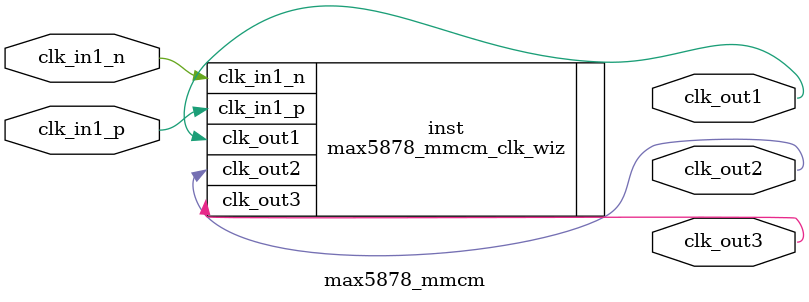
<source format=v>


`timescale 1ps/1ps

(* CORE_GENERATION_INFO = "max5878_mmcm,clk_wiz_v6_0_5_0_0,{component_name=max5878_mmcm,use_phase_alignment=true,use_min_o_jitter=false,use_max_i_jitter=false,use_dyn_phase_shift=false,use_inclk_switchover=false,use_dyn_reconfig=false,enable_axi=0,feedback_source=FDBK_AUTO,PRIMITIVE=MMCM,num_out_clk=3,clkin1_period=4.069,clkin2_period=10.0,use_power_down=false,use_reset=false,use_locked=false,use_inclk_stopped=false,feedback_type=SINGLE,CLOCK_MGR_TYPE=NA,manual_override=false}" *)

module max5878_mmcm 
 (
  // Clock out ports
  output        clk_out1,
  output        clk_out2,
  output        clk_out3,
 // Clock in ports
  input         clk_in1_p,
  input         clk_in1_n
 );

  max5878_mmcm_clk_wiz inst
  (
  // Clock out ports  
  .clk_out1(clk_out1),
  .clk_out2(clk_out2),
  .clk_out3(clk_out3),
 // Clock in ports
  .clk_in1_p(clk_in1_p),
  .clk_in1_n(clk_in1_n)
  );

endmodule

</source>
